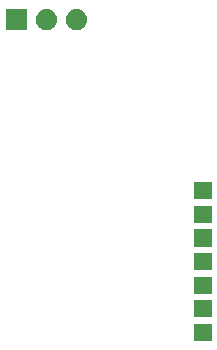
<source format=gbr>
G04 #@! TF.GenerationSoftware,KiCad,Pcbnew,(5.0.1)-4*
G04 #@! TF.CreationDate,2019-02-22T14:36:11+08:00*
G04 #@! TF.ProjectId,Xiaomi2Ali-Smart-Plug-WIFI-Module,5869616F6D6932416C692D536D617274,rev?*
G04 #@! TF.SameCoordinates,Original*
G04 #@! TF.FileFunction,Soldermask,Bot*
G04 #@! TF.FilePolarity,Negative*
%FSLAX46Y46*%
G04 Gerber Fmt 4.6, Leading zero omitted, Abs format (unit mm)*
G04 Created by KiCad (PCBNEW (5.0.1)-4) date 2019/2/22 14:36:11*
%MOMM*%
%LPD*%
G01*
G04 APERTURE LIST*
%ADD10C,0.100000*%
G04 APERTURE END LIST*
D10*
G36*
X144526000Y-100226000D02*
X143074000Y-100226000D01*
X143074000Y-98774000D01*
X144526000Y-98774000D01*
X144526000Y-100226000D01*
X144526000Y-100226000D01*
G37*
G36*
X144526000Y-98226000D02*
X143074000Y-98226000D01*
X143074000Y-96774000D01*
X144526000Y-96774000D01*
X144526000Y-98226000D01*
X144526000Y-98226000D01*
G37*
G36*
X144526000Y-96226000D02*
X143074000Y-96226000D01*
X143074000Y-94774000D01*
X144526000Y-94774000D01*
X144526000Y-96226000D01*
X144526000Y-96226000D01*
G37*
G36*
X144526000Y-94226000D02*
X143074000Y-94226000D01*
X143074000Y-92774000D01*
X144526000Y-92774000D01*
X144526000Y-94226000D01*
X144526000Y-94226000D01*
G37*
G36*
X144526000Y-92226000D02*
X143074000Y-92226000D01*
X143074000Y-90774000D01*
X144526000Y-90774000D01*
X144526000Y-92226000D01*
X144526000Y-92226000D01*
G37*
G36*
X144526000Y-90226000D02*
X143074000Y-90226000D01*
X143074000Y-88774000D01*
X144526000Y-88774000D01*
X144526000Y-90226000D01*
X144526000Y-90226000D01*
G37*
G36*
X144526000Y-88226000D02*
X143074000Y-88226000D01*
X143074000Y-86774000D01*
X144526000Y-86774000D01*
X144526000Y-88226000D01*
X144526000Y-88226000D01*
G37*
G36*
X133190442Y-72105518D02*
X133256627Y-72112037D01*
X133369853Y-72146384D01*
X133426467Y-72163557D01*
X133565087Y-72237652D01*
X133582991Y-72247222D01*
X133618729Y-72276552D01*
X133720186Y-72359814D01*
X133803448Y-72461271D01*
X133832778Y-72497009D01*
X133832779Y-72497011D01*
X133916443Y-72653533D01*
X133916443Y-72653534D01*
X133967963Y-72823373D01*
X133985359Y-73000000D01*
X133967963Y-73176627D01*
X133933616Y-73289853D01*
X133916443Y-73346467D01*
X133842348Y-73485087D01*
X133832778Y-73502991D01*
X133803448Y-73538729D01*
X133720186Y-73640186D01*
X133618729Y-73723448D01*
X133582991Y-73752778D01*
X133582989Y-73752779D01*
X133426467Y-73836443D01*
X133369853Y-73853616D01*
X133256627Y-73887963D01*
X133190443Y-73894481D01*
X133124260Y-73901000D01*
X133035740Y-73901000D01*
X132969557Y-73894481D01*
X132903373Y-73887963D01*
X132790147Y-73853616D01*
X132733533Y-73836443D01*
X132577011Y-73752779D01*
X132577009Y-73752778D01*
X132541271Y-73723448D01*
X132439814Y-73640186D01*
X132356552Y-73538729D01*
X132327222Y-73502991D01*
X132317652Y-73485087D01*
X132243557Y-73346467D01*
X132226384Y-73289853D01*
X132192037Y-73176627D01*
X132174641Y-73000000D01*
X132192037Y-72823373D01*
X132243557Y-72653534D01*
X132243557Y-72653533D01*
X132327221Y-72497011D01*
X132327222Y-72497009D01*
X132356552Y-72461271D01*
X132439814Y-72359814D01*
X132541271Y-72276552D01*
X132577009Y-72247222D01*
X132594913Y-72237652D01*
X132733533Y-72163557D01*
X132790147Y-72146384D01*
X132903373Y-72112037D01*
X132969558Y-72105518D01*
X133035740Y-72099000D01*
X133124260Y-72099000D01*
X133190442Y-72105518D01*
X133190442Y-72105518D01*
G37*
G36*
X130650442Y-72105518D02*
X130716627Y-72112037D01*
X130829853Y-72146384D01*
X130886467Y-72163557D01*
X131025087Y-72237652D01*
X131042991Y-72247222D01*
X131078729Y-72276552D01*
X131180186Y-72359814D01*
X131263448Y-72461271D01*
X131292778Y-72497009D01*
X131292779Y-72497011D01*
X131376443Y-72653533D01*
X131376443Y-72653534D01*
X131427963Y-72823373D01*
X131445359Y-73000000D01*
X131427963Y-73176627D01*
X131393616Y-73289853D01*
X131376443Y-73346467D01*
X131302348Y-73485087D01*
X131292778Y-73502991D01*
X131263448Y-73538729D01*
X131180186Y-73640186D01*
X131078729Y-73723448D01*
X131042991Y-73752778D01*
X131042989Y-73752779D01*
X130886467Y-73836443D01*
X130829853Y-73853616D01*
X130716627Y-73887963D01*
X130650443Y-73894481D01*
X130584260Y-73901000D01*
X130495740Y-73901000D01*
X130429557Y-73894481D01*
X130363373Y-73887963D01*
X130250147Y-73853616D01*
X130193533Y-73836443D01*
X130037011Y-73752779D01*
X130037009Y-73752778D01*
X130001271Y-73723448D01*
X129899814Y-73640186D01*
X129816552Y-73538729D01*
X129787222Y-73502991D01*
X129777652Y-73485087D01*
X129703557Y-73346467D01*
X129686384Y-73289853D01*
X129652037Y-73176627D01*
X129634641Y-73000000D01*
X129652037Y-72823373D01*
X129703557Y-72653534D01*
X129703557Y-72653533D01*
X129787221Y-72497011D01*
X129787222Y-72497009D01*
X129816552Y-72461271D01*
X129899814Y-72359814D01*
X130001271Y-72276552D01*
X130037009Y-72247222D01*
X130054913Y-72237652D01*
X130193533Y-72163557D01*
X130250147Y-72146384D01*
X130363373Y-72112037D01*
X130429558Y-72105518D01*
X130495740Y-72099000D01*
X130584260Y-72099000D01*
X130650442Y-72105518D01*
X130650442Y-72105518D01*
G37*
G36*
X128901000Y-73901000D02*
X127099000Y-73901000D01*
X127099000Y-72099000D01*
X128901000Y-72099000D01*
X128901000Y-73901000D01*
X128901000Y-73901000D01*
G37*
M02*

</source>
